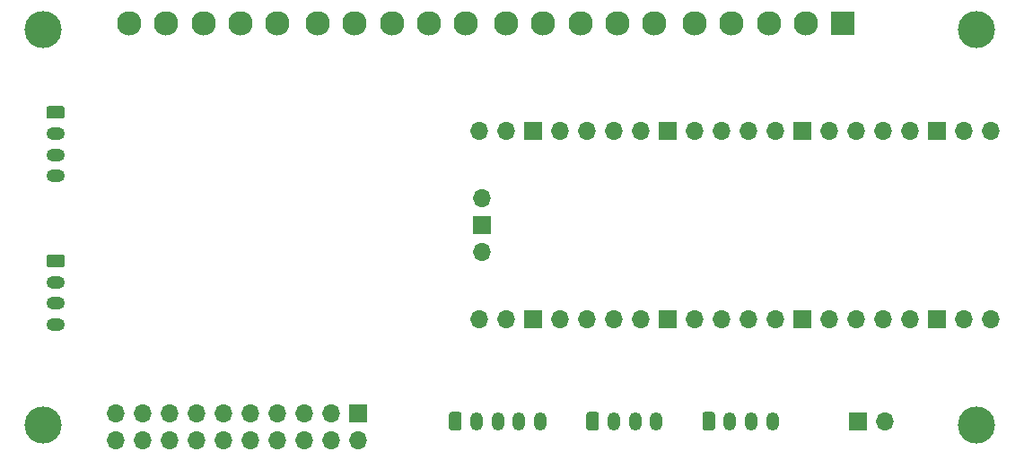
<source format=gbs>
G04 #@! TF.GenerationSoftware,KiCad,Pcbnew,(5.1.12)-1*
G04 #@! TF.CreationDate,2021-12-31T11:23:08-06:00*
G04 #@! TF.ProjectId,PicoFightingBoard,5069636f-4669-4676-9874-696e67426f61,rev?*
G04 #@! TF.SameCoordinates,Original*
G04 #@! TF.FileFunction,Soldermask,Bot*
G04 #@! TF.FilePolarity,Negative*
%FSLAX46Y46*%
G04 Gerber Fmt 4.6, Leading zero omitted, Abs format (unit mm)*
G04 Created by KiCad (PCBNEW (5.1.12)-1) date 2021-12-31 11:23:08*
%MOMM*%
%LPD*%
G01*
G04 APERTURE LIST*
%ADD10R,1.700000X1.700000*%
%ADD11O,1.700000X1.700000*%
%ADD12O,1.750000X1.200000*%
%ADD13O,1.200000X1.750000*%
%ADD14C,2.300000*%
%ADD15R,2.300000X2.300000*%
%ADD16C,3.500000*%
G04 APERTURE END LIST*
D10*
X184277000Y-120142000D03*
D11*
X186817000Y-120142000D03*
D10*
X137160000Y-119380000D03*
D11*
X137160000Y-121920000D03*
X134620000Y-119380000D03*
X134620000Y-121920000D03*
X132080000Y-119380000D03*
X132080000Y-121920000D03*
X129540000Y-119380000D03*
X129540000Y-121920000D03*
X127000000Y-119380000D03*
X127000000Y-121920000D03*
X124460000Y-119380000D03*
X124460000Y-121920000D03*
X121920000Y-119380000D03*
X121920000Y-121920000D03*
X119380000Y-119380000D03*
X119380000Y-121920000D03*
X116840000Y-119380000D03*
X116840000Y-121920000D03*
X114300000Y-119380000D03*
X114300000Y-121920000D03*
X148820000Y-104140000D03*
D10*
X148820000Y-101600000D03*
D11*
X148820000Y-99060000D03*
X196850000Y-110490000D03*
X194310000Y-110490000D03*
D10*
X191770000Y-110490000D03*
D11*
X189230000Y-110490000D03*
X186690000Y-110490000D03*
X184150000Y-110490000D03*
X181610000Y-110490000D03*
D10*
X179070000Y-110490000D03*
D11*
X176530000Y-110490000D03*
X173990000Y-110490000D03*
X171450000Y-110490000D03*
X168910000Y-110490000D03*
D10*
X166370000Y-110490000D03*
D11*
X163830000Y-110490000D03*
X161290000Y-110490000D03*
X158750000Y-110490000D03*
X156210000Y-110490000D03*
D10*
X153670000Y-110490000D03*
D11*
X151130000Y-110490000D03*
X148590000Y-110490000D03*
X148590000Y-92710000D03*
X151130000Y-92710000D03*
D10*
X153670000Y-92710000D03*
D11*
X156210000Y-92710000D03*
X158750000Y-92710000D03*
X161290000Y-92710000D03*
X163830000Y-92710000D03*
D10*
X166370000Y-92710000D03*
D11*
X168910000Y-92710000D03*
X171450000Y-92710000D03*
X173990000Y-92710000D03*
X176530000Y-92710000D03*
D10*
X179070000Y-92710000D03*
D11*
X181610000Y-92710000D03*
X184150000Y-92710000D03*
X186690000Y-92710000D03*
X189230000Y-92710000D03*
D10*
X191770000Y-92710000D03*
D11*
X194310000Y-92710000D03*
X196850000Y-92710000D03*
G36*
G01*
X107959999Y-90382800D02*
X109210001Y-90382800D01*
G75*
G02*
X109460000Y-90632799I0J-249999D01*
G01*
X109460000Y-91332801D01*
G75*
G02*
X109210001Y-91582800I-249999J0D01*
G01*
X107959999Y-91582800D01*
G75*
G02*
X107710000Y-91332801I0J249999D01*
G01*
X107710000Y-90632799D01*
G75*
G02*
X107959999Y-90382800I249999J0D01*
G01*
G37*
D12*
X108585000Y-92982800D03*
X108585000Y-94982800D03*
X108585000Y-96982800D03*
G36*
G01*
X145704000Y-120767001D02*
X145704000Y-119516999D01*
G75*
G02*
X145953999Y-119267000I249999J0D01*
G01*
X146654001Y-119267000D01*
G75*
G02*
X146904000Y-119516999I0J-249999D01*
G01*
X146904000Y-120767001D01*
G75*
G02*
X146654001Y-121017000I-249999J0D01*
G01*
X145953999Y-121017000D01*
G75*
G02*
X145704000Y-120767001I0J249999D01*
G01*
G37*
D13*
X148304000Y-120142000D03*
X150304000Y-120142000D03*
X152304000Y-120142000D03*
X154304000Y-120142000D03*
X165258000Y-120142000D03*
X163258000Y-120142000D03*
X161258000Y-120142000D03*
G36*
G01*
X158658000Y-120767001D02*
X158658000Y-119516999D01*
G75*
G02*
X158907999Y-119267000I249999J0D01*
G01*
X159608001Y-119267000D01*
G75*
G02*
X159858000Y-119516999I0J-249999D01*
G01*
X159858000Y-120767001D01*
G75*
G02*
X159608001Y-121017000I-249999J0D01*
G01*
X158907999Y-121017000D01*
G75*
G02*
X158658000Y-120767001I0J249999D01*
G01*
G37*
D14*
X115540000Y-82550000D03*
X119040000Y-82550000D03*
X122540000Y-82550000D03*
X126040000Y-82550000D03*
X129540000Y-82550000D03*
X147320000Y-82550000D03*
X143820000Y-82550000D03*
X140320000Y-82550000D03*
X136820000Y-82550000D03*
X133320000Y-82550000D03*
X151100000Y-82550000D03*
X154600000Y-82550000D03*
X158100000Y-82550000D03*
X161600000Y-82550000D03*
X165100000Y-82550000D03*
D15*
X182880000Y-82550000D03*
D14*
X179380000Y-82550000D03*
X175880000Y-82550000D03*
X172380000Y-82550000D03*
X168880000Y-82550000D03*
G36*
G01*
X169612000Y-120767001D02*
X169612000Y-119516999D01*
G75*
G02*
X169861999Y-119267000I249999J0D01*
G01*
X170562001Y-119267000D01*
G75*
G02*
X170812000Y-119516999I0J-249999D01*
G01*
X170812000Y-120767001D01*
G75*
G02*
X170562001Y-121017000I-249999J0D01*
G01*
X169861999Y-121017000D01*
G75*
G02*
X169612000Y-120767001I0J249999D01*
G01*
G37*
D13*
X172212000Y-120142000D03*
X174212000Y-120142000D03*
X176212000Y-120142000D03*
D12*
X108610400Y-111003600D03*
X108610400Y-109003600D03*
X108610400Y-107003600D03*
G36*
G01*
X107985399Y-104403600D02*
X109235401Y-104403600D01*
G75*
G02*
X109485400Y-104653599I0J-249999D01*
G01*
X109485400Y-105353601D01*
G75*
G02*
X109235401Y-105603600I-249999J0D01*
G01*
X107985399Y-105603600D01*
G75*
G02*
X107735400Y-105353601I0J249999D01*
G01*
X107735400Y-104653599D01*
G75*
G02*
X107985399Y-104403600I249999J0D01*
G01*
G37*
D16*
X107400000Y-83200000D03*
X195500000Y-83200000D03*
X107400000Y-120500000D03*
X195500000Y-120500000D03*
M02*

</source>
